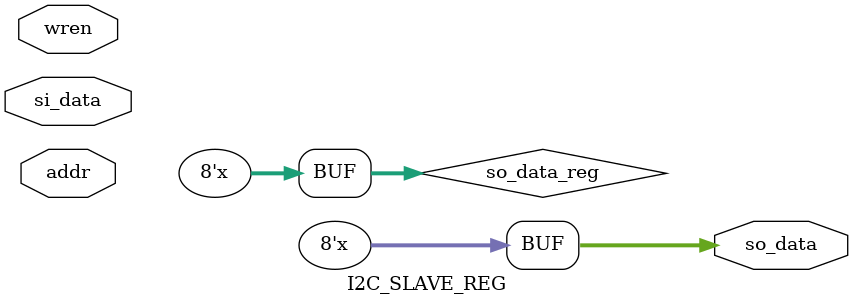
<source format=v>
`timescale 1ns / 1ps

module I2C_Slave (
    // I2C ports
    inout SCL,
    inout SDA,
    output [7:0] led
);

    wire [6:0] temp_addr_data;
    wire temp_wren;
    wire [7:0] so_data;
    wire [7:0] si_data;

    assign led = so_data;

    I2C_SLAVE_REG U_I2C_REG (
        .addr(temp_addr_data),
        .wren(temp_wren),
        .so_data(so_data),
        .si_data(si_data)
    );

    I2C_Slave_Intf U_I2C_SLAVE (
        .SCL(SCL),
        .SDA(SDA),
        .temp_addr_data(temp_addr_data),
        .temp_wren(temp_wren),
        .so_data(so_data),
        .si_data(si_data)
    );

endmodule

module I2C_Slave_Intf (
    // I2C ports
    inout            SCL,
    inout            SDA,
    // external signals
    output reg [6:0] temp_addr_data,
    output reg       temp_wren,
    input      [7:0] so_data,
    output reg [7:0] si_data
);

    localparam
        IDLE = 0,
        ADDR_READ = 2,
        READ_ACK = 3,
        READ_ACK2 = 1,
        WRITE_DATA = 4,
        READ_DATA = 5,
        HOLD = 6,
        WRITE_ACK = 8,
        LOW = 9
    ;


    reg [3:0] state = IDLE;
    reg [3:0] bit_count = 0;
    reg write_en = 0;
    reg scl_en = 0;
    reg sda_reg = 0;
    reg scl_reg = 0;
    reg start = 0;
    reg [7:0] temp_rdata = 8'b0;
    reg [7:0] temp_wdata = 8'b0;
    reg [7:0] temp_aw = 8'b0;
    reg temp_ack = 0;
    reg count = 0;


    assign SDA = (write_en && ~sda_reg) ? 1'b0 : 1'bz;
    assign SCL = /*(scl_en && ~scl_reg) ? 1'b0 : */1'bz;

    always @(negedge SDA) begin
        if (SCL) begin
            start <= 1;
        end
        if (state == HOLD) begin
            if (temp_wren) begin
                state <= WRITE_DATA;
                write_en <= 1;
                sda_reg <= temp_wdata[7];
                temp_wdata <= {temp_wdata[6:0], 1'b0};
            end
            else begin
                state <= READ_DATA;
            end
        end
    end

    always @(posedge SDA) begin
        if (SCL) begin
            start <= 0;
            state <= IDLE;
        end
    end

    always @(posedge SCL) begin
        case (state)
            ADDR_READ: begin
                temp_aw   <= {temp_aw[6:0], SDA};
                bit_count <= bit_count + 1;
            end
            WRITE_ACK: begin
                sda_reg <= 0;
                temp_wdata <= so_data;
            end
            READ_ACK: begin
                temp_ack   <= SDA;
                temp_wdata <= so_data;
            end
            READ_ACK2: begin
                state <= (temp_ack) ? IDLE : HOLD;
                
                temp_wdata <= so_data;
            end
            WRITE_DATA: begin
                write_en <= 1;
                bit_count <= bit_count + 1;
            end
            READ_DATA: begin
                temp_rdata <= {temp_rdata[6:0], SDA};
                bit_count  <= bit_count + 1;
            end
        endcase
    end

    always @(negedge SCL) begin
        if (start) begin
            case (state)
                IDLE: begin
                    scl_en <= 0;
                    bit_count <= 0;
                    temp_aw <= 0;
                    count <= 0;
                    state <= ADDR_READ;
                end
                ADDR_READ: begin
                    if (bit_count == 8) begin
                        bit_count <= 0;
                        state <= WRITE_ACK;
                        {temp_addr_data, temp_wren} <= temp_aw;
                    end
                end
                WRITE_ACK: begin
                    state <= HOLD;
                end
                READ_ACK: begin
                    state <= (temp_ack) ? IDLE : HOLD;
                end
                READ_ACK2: begin
                    temp_ack   <= SDA;
                end
                WRITE_DATA: begin
                    sda_reg <= temp_wdata[7];
                    temp_wdata <= {temp_wdata[6:0], 1'b0};
                    if (bit_count == 8) begin
                        bit_count <= 0;
                        state <= READ_ACK2;
                        write_en <= 0;
                        count <= 1;
                        if (temp_addr_data == 6) begin
                            temp_addr_data <= 0;
                        end
                        else temp_addr_data <= temp_addr_data + count;
                    end
                end
                READ_DATA: begin
                    if (bit_count == 8) begin
                        bit_count <= 0;
                        state <= WRITE_ACK;
                        si_data <= temp_rdata;
                        count <= 1;
                        if (temp_addr_data == 6) begin
                            temp_addr_data <= 0;
                        end
                        else temp_addr_data <= temp_addr_data + count;
                    end
                end
            endcase
        end
    end

    always @(*) begin
        case (state)
            WRITE_ACK: write_en = 1;
            default:   write_en = 0;
        endcase
    end

endmodule


module I2C_SLAVE_REG (
    input      [6:0] addr,
    input            wren,
    input      [7:0] si_data,
    output     [7:0] so_data
);

    reg [7:0] mem[0:6];

    reg [7:0] so_data_reg;
    assign so_data = so_data_reg;
    
    always @(*) begin
        if (!wren) begin
            mem[addr] = si_data;
        end else begin
            so_data_reg = mem[addr];
        end
    end

endmodule

</source>
